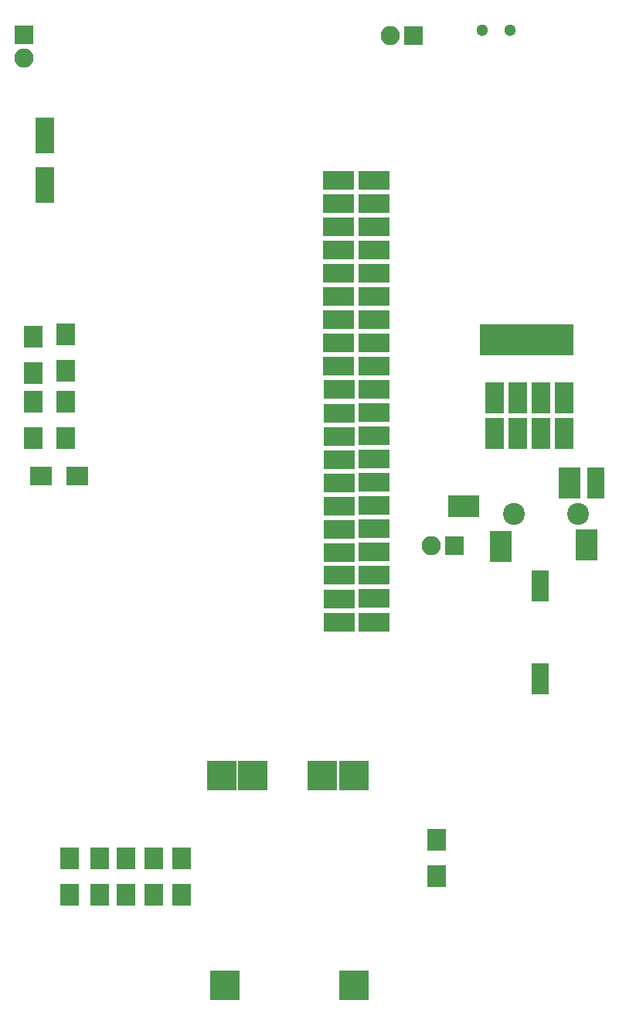
<source format=gbr>
G04 #@! TF.FileFunction,Soldermask,Bot*
%FSLAX46Y46*%
G04 Gerber Fmt 4.6, Leading zero omitted, Abs format (unit mm)*
G04 Created by KiCad (PCBNEW 4.0.4-stable) date 12/16/18 15:37:44*
%MOMM*%
%LPD*%
G01*
G04 APERTURE LIST*
%ADD10C,0.100000*%
%ADD11R,3.200000X3.200000*%
%ADD12R,3.400000X2.100000*%
%ADD13R,2.100000X2.400000*%
%ADD14C,1.300000*%
%ADD15R,2.100000X2.100000*%
%ADD16O,2.100000X2.100000*%
%ADD17R,2.000000X2.400000*%
%ADD18R,2.400000X2.000000*%
%ADD19R,2.000000X3.900000*%
%ADD20C,2.400000*%
%ADD21R,3.400000X2.400000*%
%ADD22R,2.400000X3.400000*%
%ADD23R,1.900000X3.400000*%
%ADD24R,2.100000X3.400000*%
%ADD25R,1.398220X3.400000*%
G04 APERTURE END LIST*
D10*
D11*
X98960000Y-149390000D03*
X106560000Y-149390000D03*
X95560000Y-149390000D03*
X110060000Y-149390000D03*
X95860000Y-172290000D03*
X110060000Y-172290000D03*
D12*
X108394500Y-132588000D03*
X112268000Y-132588000D03*
X108394500Y-130048000D03*
X112245000Y-130030000D03*
X108394500Y-127444500D03*
X112245000Y-127490000D03*
X108394500Y-124968000D03*
X112245000Y-124950000D03*
X108394500Y-122428000D03*
X112245000Y-122410000D03*
X108394500Y-119888000D03*
X112245000Y-119870000D03*
X108394500Y-117348000D03*
X112245000Y-117330000D03*
X108394500Y-114808000D03*
X112245000Y-114790000D03*
X108394500Y-112268000D03*
X112245000Y-112250000D03*
X108394500Y-109728000D03*
X112245000Y-109710000D03*
X108435000Y-107170000D03*
X112245000Y-107170000D03*
X108371500Y-104630000D03*
X112245000Y-104630000D03*
X108371500Y-102090000D03*
X112245000Y-102090000D03*
X108371500Y-99550000D03*
X112245000Y-99550000D03*
X108371500Y-97010000D03*
X112245000Y-97010000D03*
X108371500Y-94470000D03*
X112245000Y-94470000D03*
X108371500Y-91930000D03*
X112245000Y-91930000D03*
X108371500Y-89390000D03*
X112245000Y-89390000D03*
X108371500Y-86850000D03*
X112245000Y-86850000D03*
X108371500Y-84310000D03*
X112245000Y-84310000D03*
D13*
X78867000Y-162401000D03*
X78867000Y-158401000D03*
X82169000Y-162401000D03*
X82169000Y-158401000D03*
X85090000Y-162401000D03*
X85090000Y-158401000D03*
X88138000Y-162401000D03*
X88138000Y-158401000D03*
X91186000Y-162401000D03*
X91186000Y-158401000D03*
X119126000Y-160369000D03*
X119126000Y-156369000D03*
D14*
X127103000Y-67869000D03*
X124103000Y-67869000D03*
D15*
X116586000Y-68453000D03*
D16*
X114046000Y-68453000D03*
D17*
X78486000Y-101124000D03*
X78486000Y-105124000D03*
D18*
X75724000Y-116586000D03*
X79724000Y-116586000D03*
D19*
X76200000Y-84742000D03*
X76200000Y-79342000D03*
D15*
X73914000Y-68326000D03*
D16*
X73914000Y-70866000D03*
D13*
X74930000Y-112490000D03*
X74930000Y-108490000D03*
X78486000Y-108490000D03*
X78486000Y-112490000D03*
X74930000Y-101378000D03*
X74930000Y-105378000D03*
D20*
X127549000Y-120777000D03*
D21*
X122049000Y-119877000D03*
D22*
X126149000Y-124277000D03*
X135549000Y-124177000D03*
X133649000Y-117377000D03*
D23*
X136549000Y-117377000D03*
D20*
X134549000Y-120777000D03*
D15*
X121031000Y-124206000D03*
D16*
X118491000Y-124206000D03*
D24*
X133096000Y-111950500D03*
X133096000Y-108077000D03*
X130556000Y-111950500D03*
X130538000Y-108100000D03*
X127952500Y-111950500D03*
X127998000Y-108100000D03*
X125476000Y-111950500D03*
X125458000Y-108100000D03*
D25*
X124521000Y-101689000D03*
X125791000Y-101689000D03*
X127061000Y-101689000D03*
X133411000Y-101689000D03*
X132141000Y-101689000D03*
X130871000Y-101689000D03*
X129601000Y-101689000D03*
X128331000Y-101689000D03*
D23*
X130429000Y-128651000D03*
X130429000Y-138811000D03*
M02*

</source>
